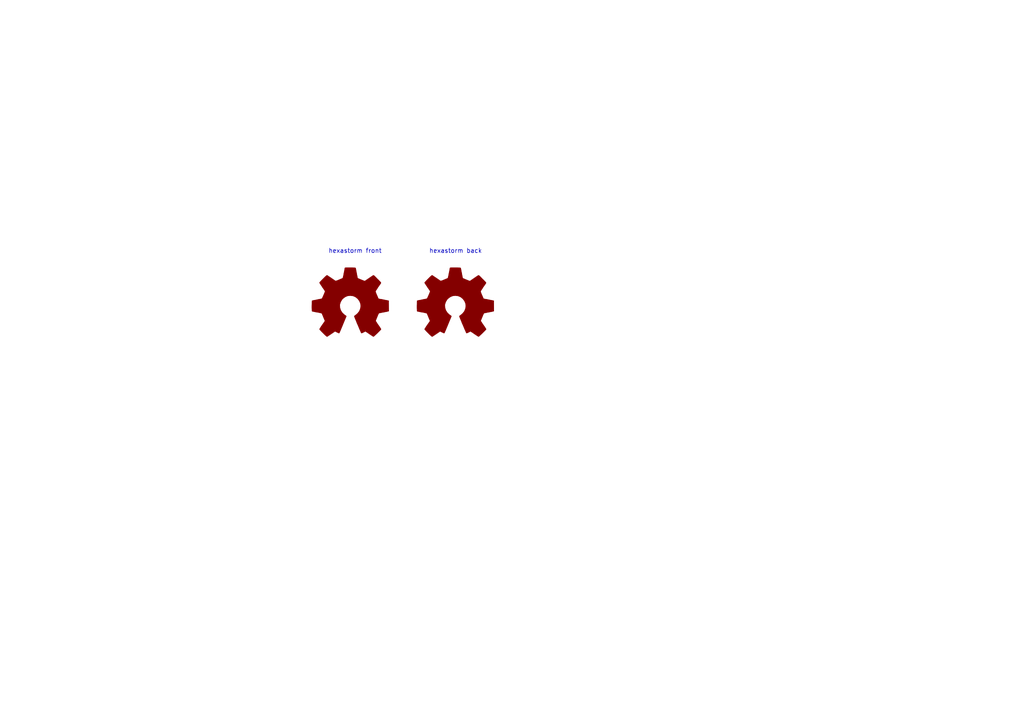
<source format=kicad_sch>
(kicad_sch (version 20230121) (generator eeschema)
  (paper "A4")
  (lib_symbols
    (symbol "Graphic:Logo_Open_Hardware_Large" (in_bom no) (on_board no)
      (symbol "Logo_Open_Hardware_Large_1_1"
        (polyline (pts (xy 6.731 -8.7122) (xy 6.6294 -8.6614) (xy 6.35 -8.4836) (xy 5.9944 -8.255) (xy 5.5372 -7.9502) (xy 5.1054 -7.6454) (xy 4.7498 -7.4168) (xy 4.4958 -7.239) (xy 4.3942 -7.1882) (xy 4.318 -7.2136) (xy 4.1148 -7.3152) (xy 3.81 -7.4676) (xy 3.6322 -7.5692) (xy 3.3528 -7.6708) (xy 3.2258 -7.6962) (xy 3.2004 -7.6708) (xy 3.0988 -7.4676) (xy 2.9464 -7.0866) (xy 2.7178 -6.604) (xy 2.4892 -6.0452) (xy 2.2352 -5.4356) (xy 1.9558 -4.826) (xy 1.7272 -4.2164) (xy 1.4986 -3.683) (xy 1.3208 -3.2512) (xy 1.2192 -2.9464) (xy 1.1684 -2.8194) (xy 1.1938 -2.794) (xy 1.3208 -2.667) (xy 1.5748 -2.4892) (xy 2.0828 -2.0574) (xy 2.6162 -1.397) (xy 2.921 -0.6604) (xy 3.048 0.1524) (xy 2.9464 0.9144) (xy 2.6416 1.6256) (xy 2.1336 2.286) (xy 1.524 2.7686) (xy 0.8128 3.0734) (xy 0 3.175) (xy -0.762 3.0988) (xy -1.4986 2.794) (xy -2.159 2.286) (xy -2.4384 1.9812) (xy -2.8194 1.3208) (xy -3.048 0.6096) (xy -3.0734 0.4318) (xy -3.0226 -0.3556) (xy -2.794 -1.0922) (xy -2.3876 -1.7526) (xy -1.8288 -2.3114) (xy -1.7526 -2.3622) (xy -1.4732 -2.5654) (xy -1.2954 -2.6924) (xy -1.1684 -2.8194) (xy -2.159 -5.207) (xy -2.3114 -5.588) (xy -2.5908 -6.2484) (xy -2.8194 -6.8072) (xy -3.0226 -7.2644) (xy -3.1496 -7.5692) (xy -3.2258 -7.6708) (xy -3.2258 -7.6962) (xy -3.302 -7.6962) (xy -3.4798 -7.6454) (xy -3.8354 -7.4676) (xy -4.0386 -7.366) (xy -4.2926 -7.239) (xy -4.4196 -7.1882) (xy -4.5212 -7.239) (xy -4.7498 -7.3914) (xy -5.1054 -7.6454) (xy -5.5372 -7.9248) (xy -5.9436 -8.2042) (xy -6.3246 -8.4582) (xy -6.604 -8.636) (xy -6.731 -8.7122) (xy -6.7564 -8.7122) (xy -6.858 -8.636) (xy -7.0866 -8.4582) (xy -7.4168 -8.1534) (xy -7.874 -7.6962) (xy -7.9502 -7.62) (xy -8.3312 -7.239) (xy -8.636 -6.9088) (xy -8.8392 -6.6802) (xy -8.9154 -6.5786) (xy -8.9154 -6.5786) (xy -8.8392 -6.4516) (xy -8.6614 -6.1722) (xy -8.4328 -5.7912) (xy -8.128 -5.3594) (xy -7.3152 -4.191) (xy -7.7724 -3.0988) (xy -7.8994 -2.7686) (xy -8.0772 -2.3622) (xy -8.2042 -2.0828) (xy -8.255 -1.9558) (xy -8.382 -1.905) (xy -8.6614 -1.8542) (xy -9.0932 -1.7526) (xy -9.6266 -1.651) (xy -10.1092 -1.5748) (xy -10.541 -1.4732) (xy -10.8712 -1.4224) (xy -11.0236 -1.397) (xy -11.049 -1.3716) (xy -11.0744 -1.2954) (xy -11.0998 -1.143) (xy -11.0998 -0.889) (xy -11.1252 -0.4572) (xy -11.1252 0.1524) (xy -11.1252 0.2286) (xy -11.0998 0.8128) (xy -11.0998 1.27) (xy -11.0744 1.5494) (xy -11.0744 1.6764) (xy -11.0744 1.6764) (xy -10.922 1.7018) (xy -10.6172 1.778) (xy -10.16 1.8542) (xy -9.652 1.9558) (xy -9.6012 1.9812) (xy -9.0932 2.0828) (xy -8.636 2.159) (xy -8.3312 2.2352) (xy -8.2042 2.286) (xy -8.1788 2.3114) (xy -8.0772 2.5146) (xy -7.9248 2.8448) (xy -7.747 3.2512) (xy -7.5692 3.6576) (xy -7.4168 4.0386) (xy -7.3152 4.318) (xy -7.2898 4.445) (xy -7.2898 4.445) (xy -7.366 4.572) (xy -7.5438 4.826) (xy -7.7978 5.207) (xy -8.128 5.6642) (xy -8.128 5.6896) (xy -8.4328 6.1468) (xy -8.6868 6.5278) (xy -8.8392 6.7818) (xy -8.9154 6.9088) (xy -8.9154 6.9088) (xy -8.8138 7.0358) (xy -8.5852 7.2898) (xy -8.255 7.6454) (xy -7.874 8.0264) (xy -7.747 8.1534) (xy -7.3152 8.5852) (xy -7.0104 8.8646) (xy -6.8326 8.9916) (xy -6.731 9.0424) (xy -6.731 9.0424) (xy -6.604 8.9408) (xy -6.3246 8.763) (xy -5.9436 8.509) (xy -5.4864 8.2042) (xy -5.461 8.1788) (xy -5.0038 7.874) (xy -4.6482 7.62) (xy -4.3688 7.4422) (xy -4.2672 7.3914) (xy -4.2418 7.3914) (xy -4.064 7.4422) (xy -3.7338 7.5438) (xy -3.3528 7.6962) (xy -2.9464 7.874) (xy -2.5654 8.0264) (xy -2.286 8.1534) (xy -2.159 8.2296) (xy -2.159 8.2296) (xy -2.1082 8.382) (xy -2.032 8.7122) (xy -1.9304 9.1694) (xy -1.8288 9.7282) (xy -1.8034 9.8044) (xy -1.7018 10.3378) (xy -1.6256 10.7696) (xy -1.5748 11.0744) (xy -1.524 11.2014) (xy -1.4478 11.2268) (xy -1.1938 11.2522) (xy -0.8128 11.2522) (xy -0.3302 11.2522) (xy 0.1524 11.2522) (xy 0.6604 11.2522) (xy 1.0668 11.2268) (xy 1.3716 11.2014) (xy 1.4986 11.176) (xy 1.4986 11.176) (xy 1.5494 11.0236) (xy 1.6256 10.6934) (xy 1.7018 10.2108) (xy 1.8288 9.6774) (xy 1.8288 9.5758) (xy 1.9304 9.0424) (xy 2.032 8.6106) (xy 2.0828 8.3058) (xy 2.1336 8.2042) (xy 2.159 8.1788) (xy 2.3876 8.0772) (xy 2.7432 7.9248) (xy 3.175 7.747) (xy 4.191 7.3406) (xy 5.461 8.2042) (xy 5.5626 8.2804) (xy 6.0198 8.5852) (xy 6.3754 8.8392) (xy 6.6294 8.9916) (xy 6.7564 9.0424) (xy 6.7564 9.0424) (xy 6.8834 8.9408) (xy 7.1374 8.7122) (xy 7.4676 8.382) (xy 7.8486 7.9756) (xy 8.1534 7.6962) (xy 8.4836 7.3406) (xy 8.7122 7.112) (xy 8.8392 6.9596) (xy 8.8646 6.858) (xy 8.8646 6.8072) (xy 8.7884 6.6802) (xy 8.6106 6.4008) (xy 8.3312 6.0198) (xy 8.0264 5.588) (xy 7.7978 5.207) (xy 7.5184 4.8006) (xy 7.3406 4.4958) (xy 7.2898 4.3434) (xy 7.2898 4.2926) (xy 7.3914 4.0386) (xy 7.5184 3.683) (xy 7.7216 3.2258) (xy 8.1534 2.2352) (xy 8.7884 2.1082) (xy 9.1948 2.0574) (xy 9.7536 1.9304) (xy 10.2616 1.8288) (xy 11.0998 1.6764) (xy 11.1252 -1.3208) (xy 10.9982 -1.3716) (xy 10.8712 -1.397) (xy 10.5664 -1.4732) (xy 10.1346 -1.5494) (xy 9.6266 -1.651) (xy 9.1948 -1.7272) (xy 8.7376 -1.8288) (xy 8.4328 -1.8796) (xy 8.2804 -1.905) (xy 8.255 -1.9558) (xy 8.1534 -2.159) (xy 7.9756 -2.5146) (xy 7.8232 -2.921) (xy 7.6454 -3.3274) (xy 7.493 -3.7338) (xy 7.366 -4.0132) (xy 7.3406 -4.191) (xy 7.3914 -4.2926) (xy 7.5692 -4.5466) (xy 7.7978 -4.9276) (xy 8.1026 -5.3594) (xy 8.4074 -5.7912) (xy 8.6614 -6.1722) (xy 8.8138 -6.4262) (xy 8.89 -6.5532) (xy 8.8646 -6.6548) (xy 8.6868 -6.858) (xy 8.3566 -7.1882) (xy 7.874 -7.6708) (xy 7.7978 -7.747) (xy 7.3914 -8.128) (xy 7.0612 -8.4328) (xy 6.8326 -8.636) (xy 6.731 -8.7122)) (fill (type outline)))
      )
    )
  )
  (text "hexastorm front" (at 95.25 73.66 0) (effects (font (size 1.27 1.27)) (justify left bottom)))
  (text "hexastorm back" (at 124.46 73.66 0) (effects (font (size 1.27 1.27)) (justify left bottom)))
  (symbol (lib_id "Graphic:Logo_Open_Hardware_Large") (at 101.6 88.9 0) (unit 1) (in_bom no)
    (property "Reference" "L1" (effects hide))
    (property "Value" "Logo_Open_Hardware_Large" (effects hide))
    (property "Footprint" "footprints:hexastorm" (effects hide))
    (property "Sim.Enable" "0" (effects hide))
  )
  (symbol (lib_id "Graphic:Logo_Open_Hardware_Large") (at 132.08 88.9 0) (unit 1) (in_bom no)
    (property "Reference" "L2" (effects hide))
    (property "Value" "Logo_Open_Hardware_Large" (effects hide))
    (property "Footprint" "footprints:hexastorm" (effects hide))
    (property "Sim.Enable" "0" (effects hide))
  )
)
</source>
